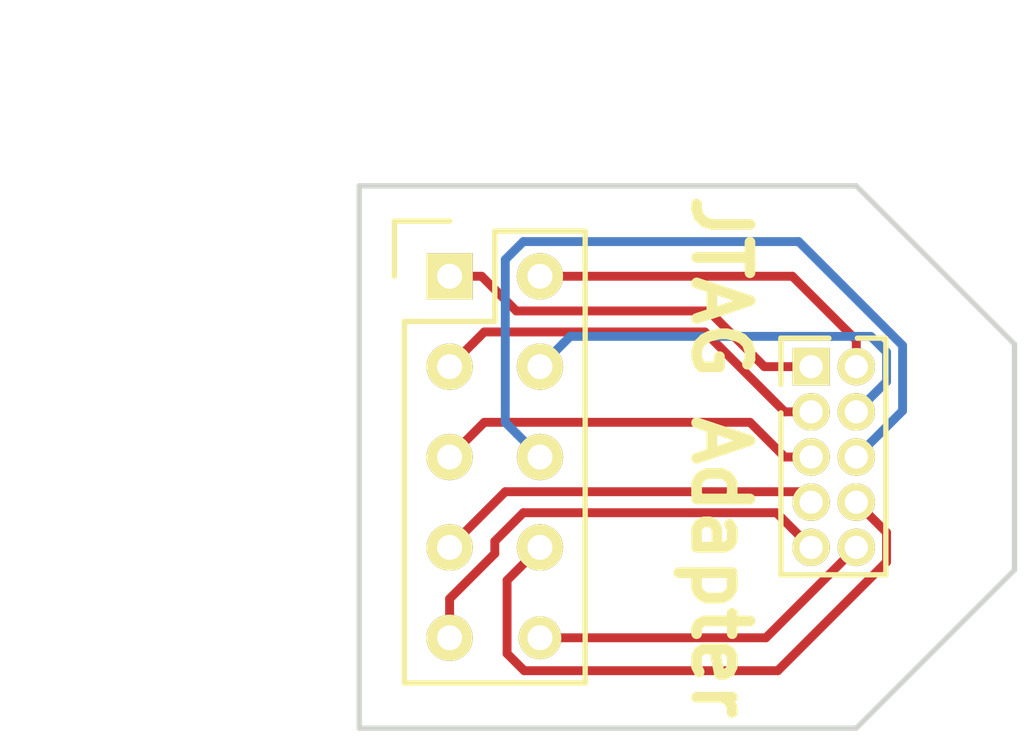
<source format=kicad_pcb>
(kicad_pcb (version 4) (host pcbnew 4.0.3-stable)

  (general
    (links 10)
    (no_connects 0)
    (area 114.150001 91.8 143.000001 112.000001)
    (thickness 1.6)
    (drawings 9)
    (tracks 51)
    (zones 0)
    (modules 2)
    (nets 11)
  )

  (page A4)
  (layers
    (0 F.Cu signal)
    (31 B.Cu signal)
    (32 B.Adhes user hide)
    (33 F.Adhes user hide)
    (34 B.Paste user hide)
    (35 F.Paste user hide)
    (36 B.SilkS user hide)
    (37 F.SilkS user hide)
    (38 B.Mask user hide)
    (39 F.Mask user)
    (40 Dwgs.User user)
    (41 Cmts.User user)
    (42 Eco1.User user)
    (43 Eco2.User user)
    (44 Edge.Cuts user)
    (45 Margin user)
    (46 B.CrtYd user)
    (47 F.CrtYd user)
    (48 B.Fab user)
    (49 F.Fab user)
  )

  (setup
    (last_trace_width 0.25)
    (trace_clearance 0.2)
    (zone_clearance 0.508)
    (zone_45_only no)
    (trace_min 0.2)
    (segment_width 0.2)
    (edge_width 0.15)
    (via_size 0.6)
    (via_drill 0.4)
    (via_min_size 0.4)
    (via_min_drill 0.3)
    (uvia_size 0.3)
    (uvia_drill 0.1)
    (uvias_allowed no)
    (uvia_min_size 0.2)
    (uvia_min_drill 0.1)
    (pcb_text_width 0.3)
    (pcb_text_size 1.5 1.5)
    (mod_edge_width 0.15)
    (mod_text_size 1 1)
    (mod_text_width 0.15)
    (pad_size 1.3 1.3)
    (pad_drill 0.7)
    (pad_to_mask_clearance 0.1016)
    (aux_axis_origin 0 0)
    (visible_elements FFFFFF7F)
    (pcbplotparams
      (layerselection 0x010e0_80000001)
      (usegerberextensions true)
      (excludeedgelayer true)
      (linewidth 0.100000)
      (plotframeref false)
      (viasonmask false)
      (mode 1)
      (useauxorigin false)
      (hpglpennumber 1)
      (hpglpenspeed 20)
      (hpglpendiameter 15)
      (hpglpenoverlay 2)
      (psnegative false)
      (psa4output false)
      (plotreference true)
      (plotvalue true)
      (plotinvisibletext false)
      (padsonsilk false)
      (subtractmaskfromsilk true)
      (outputformat 1)
      (mirror false)
      (drillshape 0)
      (scaleselection 1)
      (outputdirectory jtag-gerbers/))
  )

  (net 0 "")
  (net 1 "Net-(P1-Pad1)")
  (net 2 "Net-(P1-Pad3)")
  (net 3 "Net-(P1-Pad5)")
  (net 4 "Net-(P1-Pad7)")
  (net 5 "Net-(P1-Pad9)")
  (net 6 "Net-(P1-Pad4)")
  (net 7 "Net-(P1-Pad6)")
  (net 8 "Net-(P1-Pad8)")
  (net 9 "Net-(P1-Pad10)")
  (net 10 "Net-(P1-Pad2)")

  (net_class Default "This is the default net class."
    (clearance 0.2)
    (trace_width 0.25)
    (via_dia 0.6)
    (via_drill 0.4)
    (uvia_dia 0.3)
    (uvia_drill 0.1)
    (add_net "Net-(P1-Pad1)")
    (add_net "Net-(P1-Pad10)")
    (add_net "Net-(P1-Pad2)")
    (add_net "Net-(P1-Pad3)")
    (add_net "Net-(P1-Pad4)")
    (add_net "Net-(P1-Pad5)")
    (add_net "Net-(P1-Pad6)")
    (add_net "Net-(P1-Pad7)")
    (add_net "Net-(P1-Pad8)")
    (add_net "Net-(P1-Pad9)")
  )

  (module Pin_Headers:Pin_Header_Straight_2x05_Pitch1.27mm (layer F.Cu) (tedit 585C149B) (tstamp 585C1232)
    (at 137.16 101.6)
    (descr "Through hole pin header, pitch 1.27mm")
    (tags "pin header")
    (path /585C1103)
    (fp_text reference P1 (at 0.55 -1.7) (layer F.SilkS) hide
      (effects (font (size 1 1) (thickness 0.15)))
    )
    (fp_text value CONN_02X05 (at 0 6.9) (layer F.Fab) hide
      (effects (font (size 1 1) (thickness 0.15)))
    )
    (fp_line (start 2.1 -0.8) (end 1.3 -0.8) (layer F.SilkS) (width 0.15))
    (fp_line (start 2.1 5.85) (end 2.1 -0.8) (layer F.SilkS) (width 0.15))
    (fp_line (start 2.1 5.85) (end -0.85 5.85) (layer F.SilkS) (width 0.15))
    (fp_line (start -1.1 -1.05) (end -1.1 6.1) (layer F.CrtYd) (width 0.05))
    (fp_line (start 2.35 -1.05) (end 2.35 6.1) (layer F.CrtYd) (width 0.05))
    (fp_line (start -1.1 -1.05) (end 2.35 -1.05) (layer F.CrtYd) (width 0.05))
    (fp_line (start -1.1 6.1) (end 2.35 6.1) (layer F.CrtYd) (width 0.05))
    (fp_line (start -0.85 5.85) (end -0.85 1.3) (layer F.SilkS) (width 0.15))
    (fp_line (start 0.5 -0.8) (end -0.85 -0.8) (layer F.SilkS) (width 0.15))
    (fp_line (start -0.85 -0.8) (end -0.85 0.5) (layer F.SilkS) (width 0.15))
    (pad 1 thru_hole rect (at 0 0) (size 1.05 1.05) (drill 0.65) (layers *.Cu *.Mask F.SilkS)
      (net 1 "Net-(P1-Pad1)"))
    (pad 3 thru_hole circle (at 0 1.27) (size 1.05 1.05) (drill 0.65) (layers *.Cu *.Mask F.SilkS)
      (net 2 "Net-(P1-Pad3)"))
    (pad 5 thru_hole circle (at 0 2.54) (size 1.05 1.05) (drill 0.65) (layers *.Cu *.Mask F.SilkS)
      (net 3 "Net-(P1-Pad5)"))
    (pad 7 thru_hole circle (at 0 3.81) (size 1.05 1.05) (drill 0.65) (layers *.Cu *.Mask F.SilkS)
      (net 4 "Net-(P1-Pad7)"))
    (pad 9 thru_hole circle (at 0 5.08) (size 1.05 1.05) (drill 0.65) (layers *.Cu *.Mask F.SilkS)
      (net 5 "Net-(P1-Pad9)"))
    (pad 4 thru_hole circle (at 1.27 1.27) (size 1.05 1.05) (drill 0.65) (layers *.Cu *.Mask F.SilkS)
      (net 6 "Net-(P1-Pad4)"))
    (pad 6 thru_hole circle (at 1.27 2.54) (size 1.05 1.05) (drill 0.65) (layers *.Cu *.Mask F.SilkS)
      (net 7 "Net-(P1-Pad6)"))
    (pad 8 thru_hole circle (at 1.27 3.81) (size 1.05 1.05) (drill 0.65) (layers *.Cu *.Mask F.SilkS)
      (net 8 "Net-(P1-Pad8)"))
    (pad 10 thru_hole circle (at 1.27 5.08) (size 1.05 1.05) (drill 0.65) (layers *.Cu *.Mask F.SilkS)
      (net 9 "Net-(P1-Pad10)"))
    (pad 2 thru_hole circle (at 1.27 0) (size 1.05 1.05) (drill 0.65) (layers *.Cu *.Mask F.SilkS)
      (net 10 "Net-(P1-Pad2)"))
  )

  (module Pin_Headers:Pin_Header_Straight_2x05 (layer F.Cu) (tedit 585C1498) (tstamp 585C1240)
    (at 127 99.06)
    (descr "Through hole pin header")
    (tags "pin header")
    (path /585C112D)
    (fp_text reference P2 (at 0 -5.1) (layer F.SilkS) hide
      (effects (font (size 1 1) (thickness 0.15)))
    )
    (fp_text value CONN_02X05 (at 0 -3.1) (layer F.Fab) hide
      (effects (font (size 1 1) (thickness 0.15)))
    )
    (fp_line (start -1.75 -1.75) (end -1.75 11.95) (layer F.CrtYd) (width 0.05))
    (fp_line (start 4.3 -1.75) (end 4.3 11.95) (layer F.CrtYd) (width 0.05))
    (fp_line (start -1.75 -1.75) (end 4.3 -1.75) (layer F.CrtYd) (width 0.05))
    (fp_line (start -1.75 11.95) (end 4.3 11.95) (layer F.CrtYd) (width 0.05))
    (fp_line (start 3.81 -1.27) (end 3.81 11.43) (layer F.SilkS) (width 0.15))
    (fp_line (start 3.81 11.43) (end -1.27 11.43) (layer F.SilkS) (width 0.15))
    (fp_line (start -1.27 11.43) (end -1.27 1.27) (layer F.SilkS) (width 0.15))
    (fp_line (start 3.81 -1.27) (end 1.27 -1.27) (layer F.SilkS) (width 0.15))
    (fp_line (start 0 -1.55) (end -1.55 -1.55) (layer F.SilkS) (width 0.15))
    (fp_line (start 1.27 -1.27) (end 1.27 1.27) (layer F.SilkS) (width 0.15))
    (fp_line (start 1.27 1.27) (end -1.27 1.27) (layer F.SilkS) (width 0.15))
    (fp_line (start -1.55 -1.55) (end -1.55 0) (layer F.SilkS) (width 0.15))
    (pad 1 thru_hole rect (at 0 0) (size 1.3 1.3) (drill 0.7) (layers *.Cu *.Mask F.SilkS)
      (net 1 "Net-(P1-Pad1)"))
    (pad 2 thru_hole circle (at 2.54 0) (size 1.3 1.3) (drill 0.7) (layers *.Cu *.Mask F.SilkS)
      (net 10 "Net-(P1-Pad2)"))
    (pad 3 thru_hole circle (at 0 2.54) (size 1.3 1.3) (drill 0.7) (layers *.Cu *.Mask F.SilkS)
      (net 2 "Net-(P1-Pad3)"))
    (pad 4 thru_hole circle (at 2.54 2.54) (size 1.3 1.3) (drill 0.7) (layers *.Cu *.Mask F.SilkS)
      (net 6 "Net-(P1-Pad4)"))
    (pad 5 thru_hole circle (at 0 5.08) (size 1.3 1.3) (drill 0.7) (layers *.Cu *.Mask F.SilkS)
      (net 3 "Net-(P1-Pad5)"))
    (pad 6 thru_hole circle (at 2.54 5.08) (size 1.3 1.3) (drill 0.7) (layers *.Cu *.Mask F.SilkS)
      (net 7 "Net-(P1-Pad6)"))
    (pad 7 thru_hole circle (at 0 7.62) (size 1.3 1.3) (drill 0.7) (layers *.Cu *.Mask F.SilkS)
      (net 4 "Net-(P1-Pad7)"))
    (pad 8 thru_hole circle (at 2.54 7.62) (size 1.3 1.3) (drill 0.7) (layers *.Cu *.Mask F.SilkS)
      (net 8 "Net-(P1-Pad8)"))
    (pad 9 thru_hole circle (at 0 10.16) (size 1.3 1.3) (drill 0.7) (layers *.Cu *.Mask F.SilkS)
      (net 5 "Net-(P1-Pad9)"))
    (pad 10 thru_hole circle (at 2.54 10.16) (size 1.2 1.2) (drill 0.7) (layers *.Cu *.Mask F.SilkS)
      (net 9 "Net-(P1-Pad10)"))
    (model Pin_Headers.3dshapes/Pin_Header_Straight_2x05.wrl
      (at (xyz 0.05 -0.2 0))
      (scale (xyz 1 1 1))
      (rotate (xyz 0 0 90))
    )
  )

  (dimension 15.5 (width 0.3) (layer Eco2.User)
    (gr_text "15.500 mm" (at 120.65 104.25 270) (layer Eco2.User)
      (effects (font (size 1.5 1.5) (thickness 0.3)))
    )
    (feature1 (pts (xy 124.5 112) (xy 119.3 112)))
    (feature2 (pts (xy 124.5 96.5) (xy 119.3 96.5)))
    (crossbar (pts (xy 122 96.5) (xy 122 112)))
    (arrow1a (pts (xy 122 112) (xy 121.413579 110.873496)))
    (arrow1b (pts (xy 122 112) (xy 122.586421 110.873496)))
    (arrow2a (pts (xy 122 96.5) (xy 121.413579 97.626504)))
    (arrow2b (pts (xy 122 96.5) (xy 122.586421 97.626504)))
  )
  (dimension 18.5 (width 0.3) (layer Eco2.User)
    (gr_text "18.500 mm" (at 133.75 93.15) (layer Eco2.User)
      (effects (font (size 1.5 1.5) (thickness 0.3)))
    )
    (feature1 (pts (xy 143 96.5) (xy 143 91.8)))
    (feature2 (pts (xy 124.5 96.5) (xy 124.5 91.8)))
    (crossbar (pts (xy 124.5 94.5) (xy 143 94.5)))
    (arrow1a (pts (xy 143 94.5) (xy 141.873496 95.086421)))
    (arrow1b (pts (xy 143 94.5) (xy 141.873496 93.913579)))
    (arrow2a (pts (xy 124.5 94.5) (xy 125.626504 95.086421)))
    (arrow2b (pts (xy 124.5 94.5) (xy 125.626504 93.913579)))
  )
  (gr_line (start 142.875 100.965) (end 138.43 96.52) (layer Edge.Cuts) (width 0.15))
  (gr_line (start 142.875 107.315) (end 138.43 111.76) (layer Edge.Cuts) (width 0.15))
  (gr_text "JTAG Adapter" (at 134.62 104.14 270) (layer F.SilkS)
    (effects (font (size 1.5 1.5) (thickness 0.3)))
  )
  (gr_line (start 138.43 96.52) (end 124.46 96.52) (layer Edge.Cuts) (width 0.15))
  (gr_line (start 142.875 107.315) (end 142.875 100.965) (layer Edge.Cuts) (width 0.15))
  (gr_line (start 124.46 111.76) (end 138.43 111.76) (layer Edge.Cuts) (width 0.15))
  (gr_line (start 124.46 96.52) (end 124.46 111.76) (layer Edge.Cuts) (width 0.15))

  (segment (start 134.279999 100.035001) (end 135.844998 101.6) (width 0.25) (layer F.Cu) (net 1))
  (segment (start 135.844998 101.6) (end 137.16 101.6) (width 0.25) (layer F.Cu) (net 1))
  (segment (start 127 99.06) (end 127.9 99.06) (width 0.25) (layer F.Cu) (net 1))
  (segment (start 127.9 99.06) (end 128.875001 100.035001) (width 0.25) (layer F.Cu) (net 1))
  (segment (start 128.875001 100.035001) (end 134.279999 100.035001) (width 0.25) (layer F.Cu) (net 1))
  (segment (start 127 101.6) (end 127.975001 100.624999) (width 0.25) (layer F.Cu) (net 2))
  (segment (start 127.975001 100.624999) (end 134.172537 100.624999) (width 0.25) (layer F.Cu) (net 2))
  (segment (start 134.172537 100.624999) (end 136.417538 102.87) (width 0.25) (layer F.Cu) (net 2))
  (segment (start 136.417538 102.87) (end 137.16 102.87) (width 0.25) (layer F.Cu) (net 2))
  (segment (start 127 104.14) (end 127.975001 103.164999) (width 0.25) (layer F.Cu) (net 3))
  (segment (start 127.975001 103.164999) (end 135.442537 103.164999) (width 0.25) (layer F.Cu) (net 3))
  (segment (start 135.442537 103.164999) (end 136.417538 104.14) (width 0.25) (layer F.Cu) (net 3))
  (segment (start 136.417538 104.14) (end 137.16 104.14) (width 0.25) (layer F.Cu) (net 3))
  (segment (start 137.16 105.41) (end 137.16 105.348052) (width 0.25) (layer F.Cu) (net 4))
  (segment (start 136.926949 105.115001) (end 128.564999 105.115001) (width 0.25) (layer F.Cu) (net 4))
  (segment (start 137.16 105.348052) (end 136.926949 105.115001) (width 0.25) (layer F.Cu) (net 4))
  (segment (start 128.564999 105.115001) (end 127 106.68) (width 0.25) (layer F.Cu) (net 4))
  (segment (start 127 109.22) (end 127 108.123002) (width 0.25) (layer F.Cu) (net 5))
  (segment (start 127 108.123002) (end 128.27 106.853002) (width 0.25) (layer F.Cu) (net 5))
  (segment (start 128.27 106.853002) (end 128.27 106.506998) (width 0.25) (layer F.Cu) (net 5))
  (segment (start 128.27 106.506998) (end 129.071999 105.704999) (width 0.25) (layer F.Cu) (net 5))
  (segment (start 136.184999 105.704999) (end 136.635001 106.155001) (width 0.25) (layer F.Cu) (net 5))
  (segment (start 129.071999 105.704999) (end 136.184999 105.704999) (width 0.25) (layer F.Cu) (net 5))
  (segment (start 136.635001 106.155001) (end 137.16 106.68) (width 0.25) (layer F.Cu) (net 5))
  (segment (start 138.43 102.87) (end 139.280001 102.019999) (width 0.25) (layer B.Cu) (net 6))
  (segment (start 139.280001 102.019999) (end 139.280001 101.191999) (width 0.25) (layer B.Cu) (net 6))
  (segment (start 139.280001 101.191999) (end 138.838001 100.749999) (width 0.25) (layer B.Cu) (net 6))
  (segment (start 130.189999 100.950001) (end 129.54 101.6) (width 0.25) (layer B.Cu) (net 6))
  (segment (start 138.838001 100.749999) (end 130.390001 100.749999) (width 0.25) (layer B.Cu) (net 6))
  (segment (start 130.390001 100.749999) (end 130.189999 100.950001) (width 0.25) (layer B.Cu) (net 6))
  (segment (start 138.43 104.14) (end 139.730011 102.839989) (width 0.25) (layer B.Cu) (net 7))
  (segment (start 139.730011 102.839989) (end 139.730011 101.005599) (width 0.25) (layer B.Cu) (net 7))
  (segment (start 128.890001 103.490001) (end 129.54 104.14) (width 0.25) (layer B.Cu) (net 7))
  (segment (start 139.730011 101.005599) (end 136.809411 98.084999) (width 0.25) (layer B.Cu) (net 7))
  (segment (start 136.809411 98.084999) (end 129.071999 98.084999) (width 0.25) (layer B.Cu) (net 7))
  (segment (start 129.071999 98.084999) (end 128.564999 98.591999) (width 0.25) (layer B.Cu) (net 7))
  (segment (start 128.564999 98.591999) (end 128.564999 103.164999) (width 0.25) (layer B.Cu) (net 7))
  (segment (start 128.564999 103.164999) (end 128.890001 103.490001) (width 0.25) (layer B.Cu) (net 7))
  (segment (start 129.54 106.68) (end 128.614999 107.605001) (width 0.25) (layer F.Cu) (net 8))
  (segment (start 128.614999 107.605001) (end 128.614999 109.664001) (width 0.25) (layer F.Cu) (net 8))
  (segment (start 128.614999 109.664001) (end 129.095999 110.145001) (width 0.25) (layer F.Cu) (net 8))
  (segment (start 129.095999 110.145001) (end 136.223001 110.145001) (width 0.25) (layer F.Cu) (net 8))
  (segment (start 136.223001 110.145001) (end 139.280001 107.088001) (width 0.25) (layer F.Cu) (net 8))
  (segment (start 139.280001 107.088001) (end 139.280001 106.260001) (width 0.25) (layer F.Cu) (net 8))
  (segment (start 139.280001 106.260001) (end 138.954999 105.934999) (width 0.25) (layer F.Cu) (net 8))
  (segment (start 138.954999 105.934999) (end 138.43 105.41) (width 0.25) (layer F.Cu) (net 8))
  (segment (start 129.54 109.22) (end 135.89 109.22) (width 0.25) (layer F.Cu) (net 9))
  (segment (start 135.89 109.22) (end 138.43 106.68) (width 0.25) (layer F.Cu) (net 9))
  (segment (start 129.54 99.06) (end 136.632462 99.06) (width 0.25) (layer F.Cu) (net 10))
  (segment (start 136.632462 99.06) (end 138.43 100.857538) (width 0.25) (layer F.Cu) (net 10))
  (segment (start 138.43 100.857538) (end 138.43 101.6) (width 0.25) (layer F.Cu) (net 10))

)

</source>
